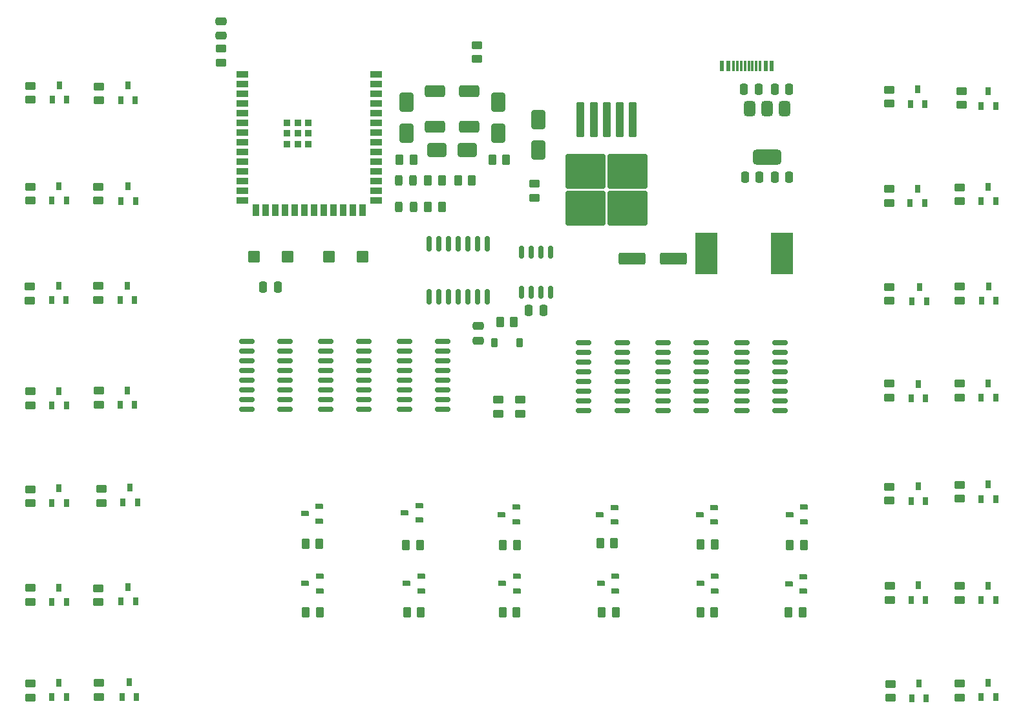
<source format=gbr>
%TF.GenerationSoftware,KiCad,Pcbnew,9.0.0*%
%TF.CreationDate,2025-03-15T02:30:36-06:00*%
%TF.ProjectId,ParallelValveController,50617261-6c6c-4656-9c56-616c7665436f,rev?*%
%TF.SameCoordinates,Original*%
%TF.FileFunction,Paste,Top*%
%TF.FilePolarity,Positive*%
%FSLAX46Y46*%
G04 Gerber Fmt 4.6, Leading zero omitted, Abs format (unit mm)*
G04 Created by KiCad (PCBNEW 9.0.0) date 2025-03-15 02:30:36*
%MOMM*%
%LPD*%
G01*
G04 APERTURE LIST*
G04 Aperture macros list*
%AMRoundRect*
0 Rectangle with rounded corners*
0 $1 Rounding radius*
0 $2 $3 $4 $5 $6 $7 $8 $9 X,Y pos of 4 corners*
0 Add a 4 corners polygon primitive as box body*
4,1,4,$2,$3,$4,$5,$6,$7,$8,$9,$2,$3,0*
0 Add four circle primitives for the rounded corners*
1,1,$1+$1,$2,$3*
1,1,$1+$1,$4,$5*
1,1,$1+$1,$6,$7*
1,1,$1+$1,$8,$9*
0 Add four rect primitives between the rounded corners*
20,1,$1+$1,$2,$3,$4,$5,0*
20,1,$1+$1,$4,$5,$6,$7,0*
20,1,$1+$1,$6,$7,$8,$9,0*
20,1,$1+$1,$8,$9,$2,$3,0*%
G04 Aperture macros list end*
%ADD10RoundRect,0.112500X0.387500X-0.262500X0.387500X0.262500X-0.387500X0.262500X-0.387500X-0.262500X0*%
%ADD11RoundRect,0.150000X-0.850000X-0.150000X0.850000X-0.150000X0.850000X0.150000X-0.850000X0.150000X0*%
%ADD12RoundRect,0.250000X-0.450000X0.262500X-0.450000X-0.262500X0.450000X-0.262500X0.450000X0.262500X0*%
%ADD13RoundRect,0.112500X-0.262500X-0.387500X0.262500X-0.387500X0.262500X0.387500X-0.262500X0.387500X0*%
%ADD14RoundRect,0.225000X-0.575000X-0.525000X0.575000X-0.525000X0.575000X0.525000X-0.575000X0.525000X0*%
%ADD15RoundRect,0.250000X0.650000X-1.000000X0.650000X1.000000X-0.650000X1.000000X-0.650000X-1.000000X0*%
%ADD16RoundRect,0.250000X0.250000X0.475000X-0.250000X0.475000X-0.250000X-0.475000X0.250000X-0.475000X0*%
%ADD17RoundRect,0.250000X-0.262500X-0.450000X0.262500X-0.450000X0.262500X0.450000X-0.262500X0.450000X0*%
%ADD18RoundRect,0.250000X-0.650000X1.000000X-0.650000X-1.000000X0.650000X-1.000000X0.650000X1.000000X0*%
%ADD19RoundRect,0.250000X-0.250000X-0.475000X0.250000X-0.475000X0.250000X0.475000X-0.250000X0.475000X0*%
%ADD20RoundRect,0.250000X-0.300000X2.050000X-0.300000X-2.050000X0.300000X-2.050000X0.300000X2.050000X0*%
%ADD21RoundRect,0.250000X-2.375000X2.025000X-2.375000X-2.025000X2.375000X-2.025000X2.375000X2.025000X0*%
%ADD22RoundRect,0.250000X0.475000X-0.250000X0.475000X0.250000X-0.475000X0.250000X-0.475000X-0.250000X0*%
%ADD23RoundRect,0.250000X0.450000X-0.262500X0.450000X0.262500X-0.450000X0.262500X-0.450000X-0.262500X0*%
%ADD24RoundRect,0.250000X0.262500X0.450000X-0.262500X0.450000X-0.262500X-0.450000X0.262500X-0.450000X0*%
%ADD25RoundRect,0.249999X1.075001X-0.512501X1.075001X0.512501X-1.075001X0.512501X-1.075001X-0.512501X0*%
%ADD26RoundRect,0.150000X-0.150000X0.837500X-0.150000X-0.837500X0.150000X-0.837500X0.150000X0.837500X0*%
%ADD27RoundRect,0.250000X-1.000000X-0.650000X1.000000X-0.650000X1.000000X0.650000X-1.000000X0.650000X0*%
%ADD28RoundRect,0.375000X-0.375000X0.625000X-0.375000X-0.625000X0.375000X-0.625000X0.375000X0.625000X0*%
%ADD29RoundRect,0.500000X-1.400000X0.500000X-1.400000X-0.500000X1.400000X-0.500000X1.400000X0.500000X0*%
%ADD30RoundRect,0.243750X-0.243750X-0.456250X0.243750X-0.456250X0.243750X0.456250X-0.243750X0.456250X0*%
%ADD31RoundRect,0.150000X-0.150000X0.675000X-0.150000X-0.675000X0.150000X-0.675000X0.150000X0.675000X0*%
%ADD32R,0.900000X0.900000*%
%ADD33R,1.500000X0.900000*%
%ADD34R,0.900000X1.500000*%
%ADD35R,0.600000X1.450000*%
%ADD36R,0.300000X1.450000*%
%ADD37RoundRect,0.250000X-0.475000X0.250000X-0.475000X-0.250000X0.475000X-0.250000X0.475000X0.250000X0*%
%ADD38R,2.900000X5.400000*%
%ADD39RoundRect,0.225000X0.225000X0.375000X-0.225000X0.375000X-0.225000X-0.375000X0.225000X-0.375000X0*%
%ADD40RoundRect,0.249999X-1.075001X0.512501X-1.075001X-0.512501X1.075001X-0.512501X1.075001X0.512501X0*%
%ADD41RoundRect,0.250000X1.500000X0.550000X-1.500000X0.550000X-1.500000X-0.550000X1.500000X-0.550000X0*%
G04 APERTURE END LIST*
D10*
%TO.C,Q13*%
X190350000Y-128800000D03*
X192250000Y-129750000D03*
X192250000Y-127850000D03*
%TD*%
D11*
%TO.C,U9*%
X163500000Y-97250000D03*
X163500000Y-98520000D03*
X163500000Y-99790000D03*
X163500000Y-101060000D03*
X163500000Y-102330000D03*
X163500000Y-103600000D03*
X163500000Y-104870000D03*
X163500000Y-106140000D03*
X168500000Y-106140000D03*
X168500000Y-104870000D03*
X168500000Y-103600000D03*
X168500000Y-102330000D03*
X168500000Y-101060000D03*
X168500000Y-99790000D03*
X168500000Y-98520000D03*
X168500000Y-97250000D03*
%TD*%
D12*
%TO.C,R15*%
X212750000Y-141837500D03*
X212750000Y-143662500D03*
%TD*%
%TO.C,R36*%
X99850000Y-89787500D03*
X99850000Y-91612500D03*
%TD*%
D13*
%TO.C,Q2*%
X94750000Y-76700000D03*
X93800000Y-78600000D03*
X95700000Y-78600000D03*
%TD*%
D14*
%TO.C,SW2*%
X130131200Y-85940000D03*
X134500000Y-85940000D03*
%TD*%
D15*
%TO.C,TVS1*%
X152250000Y-69750000D03*
X152250000Y-65750000D03*
%TD*%
D16*
%TO.C,C6*%
X123400000Y-89940000D03*
X121500000Y-89940000D03*
%TD*%
D12*
%TO.C,R32*%
X203500000Y-77087500D03*
X203500000Y-78912500D03*
%TD*%
%TO.C,R5*%
X91000000Y-103587500D03*
X91000000Y-105412500D03*
%TD*%
%TO.C,R20*%
X212750000Y-76887500D03*
X212750000Y-78712500D03*
%TD*%
D17*
%TO.C,R14*%
X190337500Y-132500000D03*
X192162500Y-132500000D03*
%TD*%
D18*
%TO.C,TVS3*%
X140250000Y-65750000D03*
X140250000Y-69750000D03*
%TD*%
D13*
%TO.C,Q17*%
X216500000Y-102550000D03*
X215550000Y-104450000D03*
X217450000Y-104450000D03*
%TD*%
D19*
%TO.C,C2*%
X188500000Y-64000000D03*
X190400000Y-64000000D03*
%TD*%
D20*
%TO.C,U6*%
X169875000Y-68025000D03*
X168175000Y-68025000D03*
X166475000Y-68025000D03*
D21*
X169250000Y-74750000D03*
X163700000Y-74750000D03*
X169250000Y-79600000D03*
X163700000Y-79600000D03*
D20*
X164775000Y-68025000D03*
X163075000Y-68025000D03*
%TD*%
D12*
%TO.C,R6*%
X91000000Y-116425000D03*
X91000000Y-118250000D03*
%TD*%
D22*
%TO.C,C9*%
X149662500Y-96950000D03*
X149662500Y-95050000D03*
%TD*%
D13*
%TO.C,Q38*%
X207300000Y-102600000D03*
X206350000Y-104500000D03*
X208250000Y-104500000D03*
%TD*%
D10*
%TO.C,Q25*%
X165600000Y-119750000D03*
X167500000Y-120700000D03*
X167500000Y-118800000D03*
%TD*%
D23*
%TO.C,R51*%
X155200000Y-106500000D03*
X155200000Y-104675000D03*
%TD*%
D24*
%TO.C,R24*%
X154325000Y-94500000D03*
X152500000Y-94500000D03*
%TD*%
D10*
%TO.C,Q8*%
X127000000Y-128750000D03*
X128900000Y-129700000D03*
X128900000Y-127800000D03*
%TD*%
D12*
%TO.C,R8*%
X91000000Y-141837500D03*
X91000000Y-143662500D03*
%TD*%
D17*
%TO.C,R13*%
X178750000Y-132500000D03*
X180575000Y-132500000D03*
%TD*%
D13*
%TO.C,Q21*%
X103750000Y-63550000D03*
X102800000Y-65450000D03*
X104700000Y-65450000D03*
%TD*%
D17*
%TO.C,R26*%
X143062500Y-79450000D03*
X144887500Y-79450000D03*
%TD*%
D16*
%TO.C,C4*%
X190400000Y-75500000D03*
X188500000Y-75500000D03*
%TD*%
D25*
%TO.C,F2*%
X144000000Y-68925000D03*
X144000000Y-64250000D03*
%TD*%
D12*
%TO.C,R40*%
X100300000Y-116350000D03*
X100300000Y-118175000D03*
%TD*%
D13*
%TO.C,Q33*%
X103800000Y-129200000D03*
X102850000Y-131100000D03*
X104750000Y-131100000D03*
%TD*%
D11*
%TO.C,U4*%
X129666666Y-97075000D03*
X129666666Y-98345000D03*
X129666666Y-99615000D03*
X129666666Y-100885000D03*
X129666666Y-102155000D03*
X129666666Y-103425000D03*
X129666666Y-104695000D03*
X129666666Y-105965000D03*
X134666666Y-105965000D03*
X134666666Y-104695000D03*
X134666666Y-103425000D03*
X134666666Y-102155000D03*
X134666666Y-100885000D03*
X134666666Y-99615000D03*
X134666666Y-98345000D03*
X134666666Y-97075000D03*
%TD*%
D26*
%TO.C,U7*%
X150810000Y-84287500D03*
X149540000Y-84287500D03*
X148270000Y-84287500D03*
X147000000Y-84287500D03*
X145730000Y-84287500D03*
X144460000Y-84287500D03*
X143190000Y-84287500D03*
X143190000Y-91212500D03*
X144460000Y-91212500D03*
X145730000Y-91212500D03*
X147000000Y-91212500D03*
X148270000Y-91212500D03*
X149540000Y-91212500D03*
X150810000Y-91212500D03*
%TD*%
D23*
%TO.C,R29*%
X149500000Y-60075000D03*
X149500000Y-58250000D03*
%TD*%
D13*
%TO.C,Q32*%
X207400000Y-141850000D03*
X206450000Y-143750000D03*
X208350000Y-143750000D03*
%TD*%
D12*
%TO.C,R49*%
X203500000Y-89925000D03*
X203500000Y-91750000D03*
%TD*%
%TO.C,R4*%
X90900000Y-89887500D03*
X90900000Y-91712500D03*
%TD*%
D13*
%TO.C,Q27*%
X103700000Y-89750000D03*
X102750000Y-91650000D03*
X104650000Y-91650000D03*
%TD*%
D24*
%TO.C,R23*%
X144912500Y-75950000D03*
X143087500Y-75950000D03*
%TD*%
D10*
%TO.C,Q28*%
X178700000Y-119750000D03*
X180600000Y-120700000D03*
X180600000Y-118800000D03*
%TD*%
D17*
%TO.C,R11*%
X152837500Y-132500000D03*
X154662500Y-132500000D03*
%TD*%
D27*
%TO.C,TVS2*%
X144250000Y-72000000D03*
X148250000Y-72000000D03*
%TD*%
D13*
%TO.C,Q29*%
X103687500Y-103462500D03*
X102737500Y-105362500D03*
X104637500Y-105362500D03*
%TD*%
%TO.C,Q6*%
X94750000Y-129300000D03*
X93800000Y-131200000D03*
X95700000Y-131200000D03*
%TD*%
%TO.C,Q24*%
X103800000Y-76737500D03*
X102850000Y-78637500D03*
X104750000Y-78637500D03*
%TD*%
D16*
%TO.C,C3*%
X186500000Y-75500000D03*
X184600000Y-75500000D03*
%TD*%
D28*
%TO.C,U2*%
X189800000Y-66600000D03*
X187500000Y-66600000D03*
D29*
X187500000Y-72900000D03*
D28*
X185200000Y-66600000D03*
%TD*%
D13*
%TO.C,Q34*%
X207300000Y-129000000D03*
X206350000Y-130900000D03*
X208250000Y-130900000D03*
%TD*%
D15*
%TO.C,D1*%
X157500000Y-72000000D03*
X157500000Y-68000000D03*
%TD*%
D30*
%TO.C,D4*%
X139287500Y-79450000D03*
X141162500Y-79450000D03*
%TD*%
D12*
%TO.C,R41*%
X203650000Y-141887500D03*
X203650000Y-143712500D03*
%TD*%
D30*
%TO.C,D2*%
X139225000Y-75950000D03*
X141100000Y-75950000D03*
%TD*%
D17*
%TO.C,R37*%
X178825000Y-123600000D03*
X180650000Y-123600000D03*
%TD*%
D10*
%TO.C,Q39*%
X140050000Y-119500000D03*
X141950000Y-120450000D03*
X141950000Y-118550000D03*
%TD*%
%TO.C,Q30*%
X190450000Y-119700000D03*
X192350000Y-120650000D03*
X192350000Y-118750000D03*
%TD*%
D12*
%TO.C,R7*%
X91000000Y-129337500D03*
X91000000Y-131162500D03*
%TD*%
D10*
%TO.C,Q37*%
X126950000Y-119600000D03*
X128850000Y-120550000D03*
X128850000Y-118650000D03*
%TD*%
D12*
%TO.C,R47*%
X203500000Y-102587500D03*
X203500000Y-104412500D03*
%TD*%
%TO.C,R42*%
X99900000Y-129350000D03*
X99900000Y-131175000D03*
%TD*%
%TO.C,R45*%
X203500000Y-116087500D03*
X203500000Y-117912500D03*
%TD*%
D13*
%TO.C,Q23*%
X207200000Y-77050000D03*
X206250000Y-78950000D03*
X208150000Y-78950000D03*
%TD*%
D12*
%TO.C,R38*%
X99937500Y-103500000D03*
X99937500Y-105325000D03*
%TD*%
%TO.C,R25*%
X157000000Y-76387500D03*
X157000000Y-78212500D03*
%TD*%
%TO.C,R18*%
X212750000Y-102587500D03*
X212750000Y-104412500D03*
%TD*%
%TO.C,R21*%
X213000000Y-64250000D03*
X213000000Y-66075000D03*
%TD*%
D13*
%TO.C,Q20*%
X216500000Y-64300000D03*
X215550000Y-66200000D03*
X217450000Y-66200000D03*
%TD*%
D31*
%TO.C,U8*%
X159155000Y-85375000D03*
X157885000Y-85375000D03*
X156615000Y-85375000D03*
X155345000Y-85375000D03*
X155345000Y-90625000D03*
X156615000Y-90625000D03*
X157885000Y-90625000D03*
X159155000Y-90625000D03*
%TD*%
D32*
%TO.C,U1*%
X124600000Y-68390000D03*
X124600000Y-69790000D03*
X124600000Y-71190000D03*
X126000000Y-68390000D03*
X126000000Y-69790000D03*
X126000000Y-71190000D03*
X127400000Y-68390000D03*
X127400000Y-69790000D03*
X127400000Y-71190000D03*
D33*
X118750000Y-62070000D03*
X118750000Y-63340000D03*
X118750000Y-64610000D03*
X118750000Y-65880000D03*
X118750000Y-67150000D03*
X118750000Y-68420000D03*
X118750000Y-69690000D03*
X118750000Y-70960000D03*
X118750000Y-72230000D03*
X118750000Y-73500000D03*
X118750000Y-74770000D03*
X118750000Y-76040000D03*
X118750000Y-77310000D03*
X118750000Y-78580000D03*
D34*
X120515000Y-79830000D03*
X121785000Y-79830000D03*
X123055000Y-79830000D03*
X124325000Y-79830000D03*
X125595000Y-79830000D03*
X126865000Y-79830000D03*
X128135000Y-79830000D03*
X129405000Y-79830000D03*
X130675000Y-79830000D03*
X131945000Y-79830000D03*
X133215000Y-79830000D03*
X134485000Y-79830000D03*
D33*
X136250000Y-78580000D03*
X136250000Y-77310000D03*
X136250000Y-76040000D03*
X136250000Y-74770000D03*
X136250000Y-73500000D03*
X136250000Y-72230000D03*
X136250000Y-70960000D03*
X136250000Y-69690000D03*
X136250000Y-68420000D03*
X136250000Y-67150000D03*
X136250000Y-65880000D03*
X136250000Y-64610000D03*
X136250000Y-63340000D03*
X136250000Y-62070000D03*
%TD*%
D10*
%TO.C,Q12*%
X178750000Y-128750000D03*
X180650000Y-129700000D03*
X180650000Y-127800000D03*
%TD*%
D13*
%TO.C,Q5*%
X94750000Y-116300000D03*
X93800000Y-118200000D03*
X95700000Y-118200000D03*
%TD*%
D12*
%TO.C,R43*%
X203600000Y-129087500D03*
X203600000Y-130912500D03*
%TD*%
D13*
%TO.C,Q14*%
X216500000Y-141750000D03*
X215550000Y-143650000D03*
X217450000Y-143650000D03*
%TD*%
%TO.C,Q19*%
X216500000Y-76800000D03*
X215550000Y-78700000D03*
X217450000Y-78700000D03*
%TD*%
%TO.C,Q35*%
X103950000Y-141700000D03*
X103000000Y-143600000D03*
X104900000Y-143600000D03*
%TD*%
D17*
%TO.C,R46*%
X127037500Y-123550000D03*
X128862500Y-123550000D03*
%TD*%
D24*
%TO.C,R27*%
X153325000Y-73250000D03*
X151500000Y-73250000D03*
%TD*%
D35*
%TO.C,J1*%
X188100000Y-61000000D03*
X187300000Y-61000000D03*
D36*
X186100000Y-61000000D03*
X185100000Y-61000000D03*
X184600000Y-61000000D03*
X183600000Y-61000000D03*
D35*
X182400000Y-61000000D03*
X181600000Y-61000000D03*
X181600000Y-61000000D03*
X182400000Y-61000000D03*
D36*
X183100000Y-61000000D03*
X184100000Y-61000000D03*
X185600000Y-61000000D03*
X186600000Y-61000000D03*
D35*
X187300000Y-61000000D03*
X188100000Y-61000000D03*
%TD*%
D13*
%TO.C,Q40*%
X207450000Y-89900000D03*
X206500000Y-91800000D03*
X208400000Y-91800000D03*
%TD*%
D12*
%TO.C,R44*%
X100000000Y-141787500D03*
X100000000Y-143612500D03*
%TD*%
D16*
%TO.C,C10*%
X158200000Y-93000000D03*
X156300000Y-93000000D03*
%TD*%
D17*
%TO.C,R34*%
X165637500Y-123500000D03*
X167462500Y-123500000D03*
%TD*%
D13*
%TO.C,Q18*%
X216550000Y-89850000D03*
X215600000Y-91750000D03*
X217500000Y-91750000D03*
%TD*%
D12*
%TO.C,R17*%
X212750000Y-115837500D03*
X212750000Y-117662500D03*
%TD*%
D13*
%TO.C,Q16*%
X216500000Y-115800000D03*
X215550000Y-117700000D03*
X217450000Y-117700000D03*
%TD*%
D17*
%TO.C,R39*%
X190487500Y-123700000D03*
X192312500Y-123700000D03*
%TD*%
D16*
%TO.C,C1*%
X186400000Y-64000000D03*
X184500000Y-64000000D03*
%TD*%
D12*
%TO.C,R30*%
X100000000Y-63675000D03*
X100000000Y-65500000D03*
%TD*%
D17*
%TO.C,R31*%
X152887500Y-123700000D03*
X154712500Y-123700000D03*
%TD*%
D12*
%TO.C,R1*%
X116000000Y-58725000D03*
X116000000Y-60550000D03*
%TD*%
D37*
%TO.C,C5*%
X116000000Y-55100000D03*
X116000000Y-57000000D03*
%TD*%
D23*
%TO.C,R50*%
X152250000Y-106500000D03*
X152250000Y-104675000D03*
%TD*%
D12*
%TO.C,R3*%
X91000000Y-76787500D03*
X91000000Y-78612500D03*
%TD*%
D24*
%TO.C,R22*%
X148825000Y-75950000D03*
X147000000Y-75950000D03*
%TD*%
D10*
%TO.C,Q10*%
X152800000Y-128750000D03*
X154700000Y-129700000D03*
X154700000Y-127800000D03*
%TD*%
D38*
%TO.C,L1*%
X189450000Y-85500000D03*
X179550000Y-85500000D03*
%TD*%
D13*
%TO.C,Q15*%
X216500000Y-129050000D03*
X215550000Y-130950000D03*
X217450000Y-130950000D03*
%TD*%
D17*
%TO.C,R12*%
X165837500Y-132500000D03*
X167662500Y-132500000D03*
%TD*%
D13*
%TO.C,Q31*%
X104050000Y-116200000D03*
X103100000Y-118100000D03*
X105000000Y-118100000D03*
%TD*%
D12*
%TO.C,R19*%
X212750000Y-89887500D03*
X212750000Y-91712500D03*
%TD*%
%TO.C,R2*%
X91000000Y-63587500D03*
X91000000Y-65412500D03*
%TD*%
D13*
%TO.C,Q7*%
X94750000Y-141750000D03*
X93800000Y-143650000D03*
X95700000Y-143650000D03*
%TD*%
D17*
%TO.C,R10*%
X140337500Y-132500000D03*
X142162500Y-132500000D03*
%TD*%
D13*
%TO.C,Q1*%
X94800000Y-63500000D03*
X93850000Y-65400000D03*
X95750000Y-65400000D03*
%TD*%
D11*
%TO.C,U3*%
X119333333Y-97075000D03*
X119333333Y-98345000D03*
X119333333Y-99615000D03*
X119333333Y-100885000D03*
X119333333Y-102155000D03*
X119333333Y-103425000D03*
X119333333Y-104695000D03*
X119333333Y-105965000D03*
X124333333Y-105965000D03*
X124333333Y-104695000D03*
X124333333Y-103425000D03*
X124333333Y-102155000D03*
X124333333Y-100885000D03*
X124333333Y-99615000D03*
X124333333Y-98345000D03*
X124333333Y-97075000D03*
%TD*%
D10*
%TO.C,Q11*%
X165750000Y-128750000D03*
X167650000Y-129700000D03*
X167650000Y-127800000D03*
%TD*%
%TO.C,Q9*%
X140300000Y-128750000D03*
X142200000Y-129700000D03*
X142200000Y-127800000D03*
%TD*%
D11*
%TO.C,U5*%
X140000000Y-97055000D03*
X140000000Y-98325000D03*
X140000000Y-99595000D03*
X140000000Y-100865000D03*
X140000000Y-102135000D03*
X140000000Y-103405000D03*
X140000000Y-104675000D03*
X140000000Y-105945000D03*
X145000000Y-105945000D03*
X145000000Y-104675000D03*
X145000000Y-103405000D03*
X145000000Y-102135000D03*
X145000000Y-100865000D03*
X145000000Y-99595000D03*
X145000000Y-98325000D03*
X145000000Y-97055000D03*
%TD*%
D39*
%TO.C,D3*%
X155062500Y-97250000D03*
X151762500Y-97250000D03*
%TD*%
D13*
%TO.C,Q36*%
X207300000Y-116050000D03*
X206350000Y-117950000D03*
X208250000Y-117950000D03*
%TD*%
D40*
%TO.C,F1*%
X148500000Y-64250000D03*
X148500000Y-68925000D03*
%TD*%
D13*
%TO.C,Q26*%
X207250000Y-64050000D03*
X206300000Y-65950000D03*
X208200000Y-65950000D03*
%TD*%
%TO.C,Q3*%
X94700000Y-89750000D03*
X93750000Y-91650000D03*
X95650000Y-91650000D03*
%TD*%
%TO.C,Q4*%
X94750000Y-103550000D03*
X93800000Y-105450000D03*
X95700000Y-105450000D03*
%TD*%
D24*
%TO.C,R28*%
X141162500Y-73250000D03*
X139337500Y-73250000D03*
%TD*%
D12*
%TO.C,R35*%
X203500000Y-64087500D03*
X203500000Y-65912500D03*
%TD*%
D10*
%TO.C,Q22*%
X152750000Y-119700000D03*
X154650000Y-120650000D03*
X154650000Y-118750000D03*
%TD*%
D17*
%TO.C,R48*%
X140200000Y-123700000D03*
X142025000Y-123700000D03*
%TD*%
D11*
%TO.C,U10*%
X173833334Y-97230000D03*
X173833334Y-98500000D03*
X173833334Y-99770000D03*
X173833334Y-101040000D03*
X173833334Y-102310000D03*
X173833334Y-103580000D03*
X173833334Y-104850000D03*
X173833334Y-106120000D03*
X178833334Y-106120000D03*
X178833334Y-104850000D03*
X178833334Y-103580000D03*
X178833334Y-102310000D03*
X178833334Y-101040000D03*
X178833334Y-99770000D03*
X178833334Y-98500000D03*
X178833334Y-97230000D03*
%TD*%
D41*
%TO.C,C8*%
X175250000Y-86250000D03*
X169850000Y-86250000D03*
%TD*%
D14*
%TO.C,SW1*%
X120315600Y-85940000D03*
X124684400Y-85940000D03*
%TD*%
D11*
%TO.C,U11*%
X184166667Y-97250000D03*
X184166667Y-98520000D03*
X184166667Y-99790000D03*
X184166667Y-101060000D03*
X184166667Y-102330000D03*
X184166667Y-103600000D03*
X184166667Y-104870000D03*
X184166667Y-106140000D03*
X189166667Y-106140000D03*
X189166667Y-104870000D03*
X189166667Y-103600000D03*
X189166667Y-102330000D03*
X189166667Y-101060000D03*
X189166667Y-99790000D03*
X189166667Y-98520000D03*
X189166667Y-97250000D03*
%TD*%
D12*
%TO.C,R16*%
X212750000Y-129087500D03*
X212750000Y-130912500D03*
%TD*%
%TO.C,R33*%
X99850000Y-76775000D03*
X99850000Y-78600000D03*
%TD*%
D17*
%TO.C,R9*%
X127087500Y-132500000D03*
X128912500Y-132500000D03*
%TD*%
M02*

</source>
